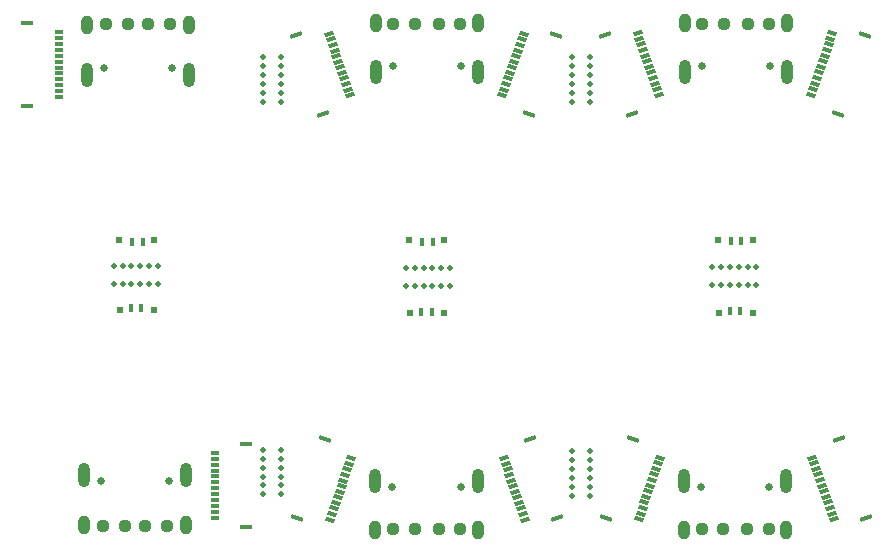
<source format=gbr>
%TF.GenerationSoftware,KiCad,Pcbnew,(6.0.4)*%
%TF.CreationDate,2022-05-23T19:11:52-04:00*%
%TF.ProjectId,wierd mousebites,77696572-6420-46d6-9f75-736562697465,rev?*%
%TF.SameCoordinates,Original*%
%TF.FileFunction,Soldermask,Top*%
%TF.FilePolarity,Negative*%
%FSLAX46Y46*%
G04 Gerber Fmt 4.6, Leading zero omitted, Abs format (unit mm)*
G04 Created by KiCad (PCBNEW (6.0.4)) date 2022-05-23 19:11:52*
%MOMM*%
%LPD*%
G01*
G04 APERTURE LIST*
G04 Aperture macros list*
%AMRoundRect*
0 Rectangle with rounded corners*
0 $1 Rounding radius*
0 $2 $3 $4 $5 $6 $7 $8 $9 X,Y pos of 4 corners*
0 Add a 4 corners polygon primitive as box body*
4,1,4,$2,$3,$4,$5,$6,$7,$8,$9,$2,$3,0*
0 Add four circle primitives for the rounded corners*
1,1,$1+$1,$2,$3*
1,1,$1+$1,$4,$5*
1,1,$1+$1,$6,$7*
1,1,$1+$1,$8,$9*
0 Add four rect primitives between the rounded corners*
20,1,$1+$1,$2,$3,$4,$5,0*
20,1,$1+$1,$4,$5,$6,$7,0*
20,1,$1+$1,$6,$7,$8,$9,0*
20,1,$1+$1,$8,$9,$2,$3,0*%
%AMRotRect*
0 Rectangle, with rotation*
0 The origin of the aperture is its center*
0 $1 length*
0 $2 width*
0 $3 Rotation angle, in degrees counterclockwise*
0 Add horizontal line*
21,1,$1,$2,0,0,$3*%
G04 Aperture macros list end*
%ADD10C,0.500000*%
%ADD11RoundRect,0.237500X-0.250000X-0.237500X0.250000X-0.237500X0.250000X0.237500X-0.250000X0.237500X0*%
%ADD12RotRect,0.355600X0.762000X109.000000*%
%ADD13RotRect,0.355600X1.041400X109.000000*%
%ADD14R,0.600000X0.500000*%
%ADD15R,0.440000X0.750000*%
%ADD16RotRect,0.355600X0.762000X251.000000*%
%ADD17RotRect,0.355600X1.041400X251.000000*%
%ADD18C,0.650000*%
%ADD19O,1.000000X2.100000*%
%ADD20O,1.000000X1.600000*%
%ADD21RoundRect,0.237500X0.250000X0.237500X-0.250000X0.237500X-0.250000X-0.237500X0.250000X-0.237500X0*%
%ADD22RotRect,0.355600X0.762000X289.000000*%
%ADD23RotRect,0.355600X1.041400X289.000000*%
%ADD24RotRect,0.355600X0.762000X71.000000*%
%ADD25RotRect,0.355600X1.041400X71.000000*%
%ADD26R,0.762000X0.355600*%
%ADD27R,1.041400X0.355600*%
G04 APERTURE END LIST*
D10*
%TO.C,mouse-bite-2mm-slot*%
X85653000Y-86397400D03*
X87153000Y-86397400D03*
X88653000Y-87897400D03*
X89403000Y-86397400D03*
X88653000Y-86397400D03*
X87903000Y-86397400D03*
X85653000Y-87897400D03*
X87153000Y-87897400D03*
X86403000Y-86397400D03*
X87903000Y-87897400D03*
X86403000Y-87897400D03*
X89403000Y-87897400D03*
%TD*%
%TO.C,mouse-bite-2mm-slot*%
X99810000Y-101959800D03*
X99810000Y-103459800D03*
X98310000Y-104959800D03*
X99810000Y-105709800D03*
X99810000Y-104959800D03*
X99810000Y-104209800D03*
X98310000Y-101959800D03*
X98310000Y-103459800D03*
X99810000Y-102709800D03*
X98310000Y-104209800D03*
X98310000Y-102709800D03*
X98310000Y-105709800D03*
%TD*%
%TO.C,mouse-bite-2mm-slot*%
X98310000Y-69469000D03*
X99810000Y-69469000D03*
X98310000Y-68719000D03*
X98310000Y-70219000D03*
X99810000Y-70219000D03*
X99810000Y-68719000D03*
X99810000Y-71719000D03*
X98310000Y-70969000D03*
X98310000Y-71719000D03*
X99810000Y-72469000D03*
X98310000Y-72469000D03*
X99810000Y-70969000D03*
%TD*%
D11*
%TO.C,R1*%
X113163000Y-108667500D03*
X114988000Y-108667500D03*
%TD*%
%TO.C,R2*%
X109313000Y-108667500D03*
X111138000Y-108667500D03*
%TD*%
D12*
%TO.C,J2*%
X120461820Y-107857135D03*
X120299036Y-107384377D03*
X120136251Y-106911616D03*
X119973468Y-106438857D03*
X119810684Y-105966099D03*
X119647899Y-105493339D03*
X119485115Y-105020580D03*
X119322331Y-104547819D03*
X119159547Y-104075061D03*
X118996763Y-103602303D03*
X118833979Y-103129541D03*
X118671195Y-102656783D03*
D13*
X123224643Y-107741340D03*
X120919620Y-101047067D03*
%TD*%
D14*
%TO.C,D1*%
X113643000Y-90374000D03*
D15*
X112573000Y-90249000D03*
X111673000Y-90249000D03*
D14*
X110723000Y-90374000D03*
%TD*%
D16*
%TO.C,J3*%
X105754805Y-102656783D03*
X105592021Y-103129541D03*
X105429237Y-103602303D03*
X105266453Y-104075061D03*
X105103669Y-104547819D03*
X104940885Y-105020580D03*
X104778101Y-105493339D03*
X104615316Y-105966099D03*
X104452532Y-106438857D03*
X104289749Y-106911616D03*
X104126964Y-107384377D03*
X103964180Y-107857135D03*
D17*
X103506380Y-101047067D03*
X101201357Y-107741340D03*
%TD*%
D18*
%TO.C,J1*%
X115028000Y-105117500D03*
X109248000Y-105117500D03*
D19*
X116458000Y-104587500D03*
D20*
X107818000Y-108767500D03*
D19*
X107818000Y-104587500D03*
D20*
X116458000Y-108767500D03*
%TD*%
D18*
%TO.C,J1*%
X141170000Y-105078000D03*
X135390000Y-105078000D03*
D19*
X142600000Y-104548000D03*
D20*
X133960000Y-108728000D03*
D19*
X133960000Y-104548000D03*
D20*
X142600000Y-108728000D03*
%TD*%
D10*
%TO.C,mouse-bite-2mm-slot*%
X113395000Y-86538500D03*
X112645000Y-86538500D03*
X111895000Y-86538500D03*
X111145000Y-86538500D03*
X114145000Y-88038500D03*
X112645000Y-88038500D03*
X110395000Y-88038500D03*
X111895000Y-88038500D03*
X111145000Y-88038500D03*
X113395000Y-88038500D03*
X110395000Y-86538500D03*
X114145000Y-86538500D03*
%TD*%
D11*
%TO.C,R1*%
X139305000Y-108628000D03*
X141130000Y-108628000D03*
%TD*%
D10*
%TO.C,mouse-bite-2mm-slot*%
X124492000Y-103568500D03*
X124492000Y-105068500D03*
X124492000Y-105818500D03*
X125992000Y-102818500D03*
X125992000Y-105068500D03*
X124492000Y-104318500D03*
X125992000Y-103568500D03*
X125992000Y-104318500D03*
X125992000Y-105818500D03*
X125992000Y-102068500D03*
X124492000Y-102818500D03*
X124492000Y-102068500D03*
%TD*%
D12*
%TO.C,J2*%
X146603820Y-107817635D03*
X146441036Y-107344877D03*
X146278251Y-106872116D03*
X146115468Y-106399357D03*
X145952684Y-105926599D03*
X145789899Y-105453839D03*
X145627115Y-104981080D03*
X145464331Y-104508319D03*
X145301547Y-104035561D03*
X145138763Y-103562803D03*
X144975979Y-103090041D03*
X144813195Y-102617283D03*
D13*
X149366643Y-107701840D03*
X147061620Y-101007567D03*
%TD*%
D11*
%TO.C,R2*%
X135455000Y-108628000D03*
X137280000Y-108628000D03*
%TD*%
D16*
%TO.C,J3*%
X131896805Y-102617283D03*
X131734021Y-103090041D03*
X131571237Y-103562803D03*
X131408453Y-104035561D03*
X131245669Y-104508319D03*
X131082885Y-104981080D03*
X130920101Y-105453839D03*
X130757316Y-105926599D03*
X130594532Y-106399357D03*
X130431749Y-106872116D03*
X130268964Y-107344877D03*
X130106180Y-107817635D03*
D17*
X129648380Y-101007567D03*
X127343357Y-107701840D03*
%TD*%
D14*
%TO.C,D1*%
X139785000Y-90334500D03*
D15*
X138715000Y-90209500D03*
X137815000Y-90209500D03*
D14*
X136865000Y-90334500D03*
%TD*%
D21*
%TO.C,R1*%
X111159000Y-65909500D03*
X109334000Y-65909500D03*
%TD*%
%TO.C,R2*%
X115009000Y-65909500D03*
X113184000Y-65909500D03*
%TD*%
D22*
%TO.C,J2*%
X103860180Y-66719865D03*
X104022964Y-67192623D03*
X104185749Y-67665384D03*
X104348532Y-68138143D03*
X104511316Y-68610901D03*
X104674101Y-69083661D03*
X104836885Y-69556420D03*
X104999669Y-70029181D03*
X105162453Y-70501939D03*
X105325237Y-70974697D03*
X105488021Y-71447459D03*
X105650805Y-71920217D03*
D23*
X101097357Y-66835660D03*
X103402380Y-73529933D03*
%TD*%
D14*
%TO.C,D1*%
X110679000Y-84203000D03*
D15*
X111749000Y-84328000D03*
X112649000Y-84328000D03*
D14*
X113599000Y-84203000D03*
%TD*%
D24*
%TO.C,J3*%
X118567195Y-71920217D03*
X118729979Y-71447459D03*
X118892763Y-70974697D03*
X119055547Y-70501939D03*
X119218331Y-70029181D03*
X119381115Y-69556420D03*
X119543899Y-69083661D03*
X119706684Y-68610901D03*
X119869468Y-68138143D03*
X120032251Y-67665384D03*
X120195036Y-67192623D03*
X120357820Y-66719865D03*
D25*
X120815620Y-73529933D03*
X123120643Y-66835660D03*
%TD*%
D18*
%TO.C,J1*%
X109294000Y-69459500D03*
X115074000Y-69459500D03*
D19*
X107864000Y-69989500D03*
D20*
X116504000Y-65809500D03*
D19*
X116504000Y-69989500D03*
D20*
X107864000Y-65809500D03*
%TD*%
D10*
%TO.C,mouse-bite-2mm-slot*%
X124472000Y-69469000D03*
X125972000Y-69469000D03*
X124472000Y-68719000D03*
X124472000Y-70219000D03*
X125972000Y-70219000D03*
X125972000Y-68719000D03*
X125972000Y-71719000D03*
X124472000Y-70969000D03*
X124472000Y-71719000D03*
X125972000Y-72469000D03*
X124472000Y-72469000D03*
X125972000Y-70969000D03*
%TD*%
%TO.C,mouse-bite-2mm-slot*%
X139319000Y-86499000D03*
X139319000Y-87999000D03*
X140069000Y-86499000D03*
X138569000Y-86499000D03*
X138569000Y-87999000D03*
X140069000Y-87999000D03*
X137069000Y-87999000D03*
X137819000Y-86499000D03*
X137069000Y-86499000D03*
X136319000Y-87999000D03*
X136319000Y-86499000D03*
X137819000Y-87999000D03*
%TD*%
D21*
%TO.C,R2*%
X141151000Y-65870000D03*
X139326000Y-65870000D03*
%TD*%
D22*
%TO.C,J2*%
X130002180Y-66680365D03*
X130164964Y-67153123D03*
X130327749Y-67625884D03*
X130490532Y-68098643D03*
X130653316Y-68571401D03*
X130816101Y-69044161D03*
X130978885Y-69516920D03*
X131141669Y-69989681D03*
X131304453Y-70462439D03*
X131467237Y-70935197D03*
X131630021Y-71407959D03*
X131792805Y-71880717D03*
D23*
X127239357Y-66796160D03*
X129544380Y-73490433D03*
%TD*%
D24*
%TO.C,J3*%
X144709195Y-71880717D03*
X144871979Y-71407959D03*
X145034763Y-70935197D03*
X145197547Y-70462439D03*
X145360331Y-69989681D03*
X145523115Y-69516920D03*
X145685899Y-69044161D03*
X145848684Y-68571401D03*
X146011468Y-68098643D03*
X146174251Y-67625884D03*
X146337036Y-67153123D03*
X146499820Y-66680365D03*
D25*
X146957620Y-73490433D03*
X149262643Y-66796160D03*
%TD*%
D21*
%TO.C,R1*%
X137301000Y-65870000D03*
X135476000Y-65870000D03*
%TD*%
D14*
%TO.C,D1*%
X136821000Y-84163500D03*
D15*
X137891000Y-84288500D03*
X138791000Y-84288500D03*
D14*
X139741000Y-84163500D03*
%TD*%
D18*
%TO.C,J1*%
X135436000Y-69420000D03*
X141216000Y-69420000D03*
D19*
X134006000Y-69950000D03*
D20*
X142646000Y-65770000D03*
D19*
X142646000Y-69950000D03*
D20*
X134006000Y-65770000D03*
%TD*%
D21*
%TO.C,R2*%
X88343100Y-108370501D03*
X90168100Y-108370501D03*
%TD*%
D20*
%TO.C,USB1*%
X83157600Y-108277501D03*
D18*
X84587600Y-104627501D03*
D20*
X91797600Y-108277501D03*
D18*
X90367600Y-104627501D03*
D19*
X91797600Y-104097501D03*
X83157600Y-104097501D03*
%TD*%
D26*
%TO.C,J1*%
X94208600Y-107703500D03*
X94208600Y-107203501D03*
X94208600Y-106703499D03*
X94208600Y-106203500D03*
X94208600Y-105703501D03*
X94208600Y-105203500D03*
X94208600Y-104703500D03*
X94208600Y-104203499D03*
X94208600Y-103703500D03*
X94208600Y-103203501D03*
X94208600Y-102703499D03*
X94208600Y-102203500D03*
D27*
X96858600Y-108493501D03*
X96858600Y-101413499D03*
%TD*%
D21*
%TO.C,R1*%
X86612100Y-108370501D03*
X84787100Y-108370501D03*
%TD*%
D14*
%TO.C,LED1*%
X89066600Y-90080501D03*
D15*
X87996600Y-89955501D03*
X87096600Y-89955501D03*
D14*
X86146600Y-90080501D03*
%TD*%
D11*
%TO.C,R2*%
X86866100Y-65913000D03*
X85041100Y-65913000D03*
%TD*%
D20*
%TO.C,USB1*%
X92051600Y-66006000D03*
D18*
X90621600Y-69656000D03*
D20*
X83411600Y-66006000D03*
D18*
X84841600Y-69656000D03*
D19*
X83411600Y-70186000D03*
X92051600Y-70186000D03*
%TD*%
D26*
%TO.C,J1*%
X81000600Y-66580001D03*
X81000600Y-67080000D03*
X81000600Y-67580002D03*
X81000600Y-68080001D03*
X81000600Y-68580000D03*
X81000600Y-69080001D03*
X81000600Y-69580001D03*
X81000600Y-70080002D03*
X81000600Y-70580001D03*
X81000600Y-71080000D03*
X81000600Y-71580002D03*
X81000600Y-72080001D03*
D27*
X78350600Y-65790000D03*
X78350600Y-72870002D03*
%TD*%
D11*
%TO.C,R1*%
X88597100Y-65913000D03*
X90422100Y-65913000D03*
%TD*%
D14*
%TO.C,LED1*%
X86142600Y-84203000D03*
D15*
X87212600Y-84328000D03*
X88112600Y-84328000D03*
D14*
X89062600Y-84203000D03*
%TD*%
M02*

</source>
